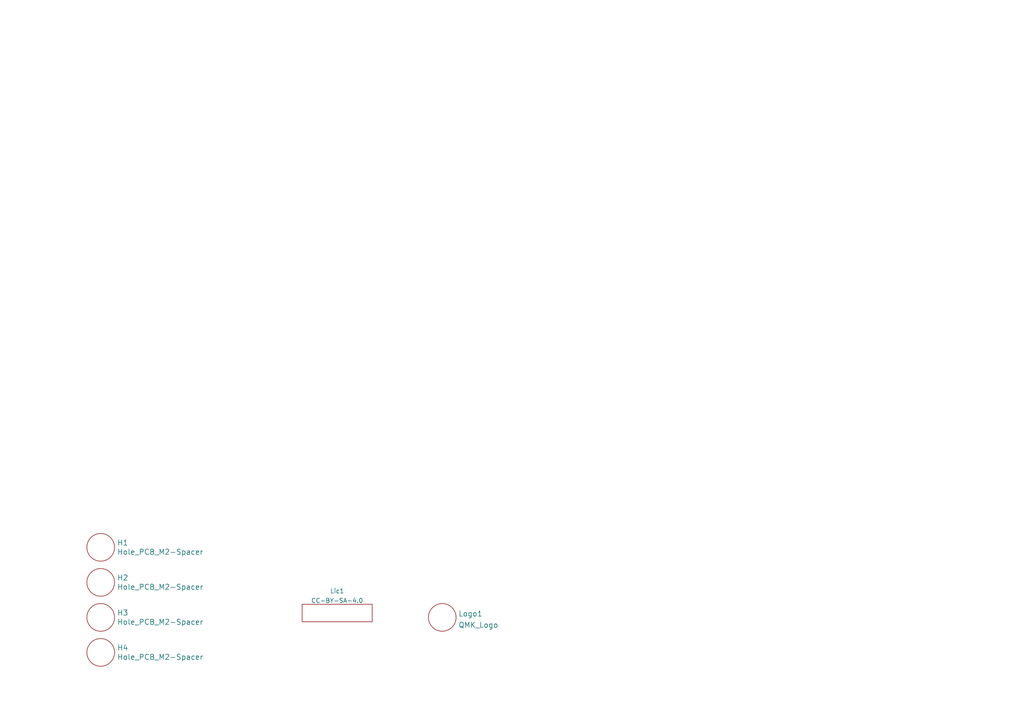
<source format=kicad_sch>
(kicad_sch (version 20211123) (generator eeschema)
  (paper "A4")
  (title_block (title "Little Big Scroll 6") (date "2022-01-28") (rev "v1.0") (company "Tweety's Wild Thinking") (comment 1 "Markus Knutsson <markus.knutsson@tweety.se>") (comment 2 "https://github.com/TweetyDaBird") (comment 3 "Licensed under Creative Commons BY-SA 4.0 International"))
  (lib_symbols
    (symbol "CC_Licensing:CC-BY-SA-4.0" (pin_names (offset 1.016))
      (property "Reference" "Lic" (at 0 1.27 0))
      (property "Value" "CC-BY-SA-4.0" (at 0 -1.27 0))
      (symbol "CC-BY-SA-4.0_0_1"
        (rectangle (start -10.16 2.54) (end 10.16 -2.54))
      )
    )
    (symbol "Keyboard Library:QMK_Logo" (pin_names (offset 1.016))
      (property "Reference" "Logo" (at 0 -1.27 0))
      (property "Value" "QMK_Logo" (at 0 1.27 0))
      (symbol "QMK_Logo_0_1"
        (circle (center 0 0) (radius 4.0132))
      )
    )
    (symbol "Keyboard_Library:Hole_PCB_M2-Spacer" (pin_names (offset 1.016))
      (property "Reference" "H" (at 0 -1.27 0))
      (property "Value" "Hole_PCB_M2-Spacer" (at 0 1.27 0))
      (symbol "Hole_PCB_M2-Spacer_0_1"
        (circle (center 0 0) (radius 4.0132))
      )
    )
  )
  (symbol (lib_id "Keyboard_Library:Hole_PCB_M2-Spacer") (at 29.21 189.23 0) (unit 1)
    (property "Reference" "H4" (at 33.9344 187.8838 0) (effects (font (size 1.524 1.524)) (justify left)))
    (property "Value" "Hole_PCB_M2-Spacer" (at 33.9344 190.5762 0) (effects (font (size 1.524 1.524)) (justify left)))
    (property "Footprint" "MountingHole:MountingHole_2.5mm" (effects hide))
  )
  (symbol (lib_id "Keyboard_Library:Hole_PCB_M2-Spacer") (at 29.21 168.91 0) (unit 1)
    (property "Reference" "H2" (at 33.9344 167.5638 0) (effects (font (size 1.524 1.524)) (justify left)))
    (property "Value" "Hole_PCB_M2-Spacer" (at 33.9344 170.2562 0) (effects (font (size 1.524 1.524)) (justify left)))
    (property "Footprint" "MountingHole:MountingHole_2.5mm" (effects hide))
  )
  (symbol (lib_id "Keyboard_Library:Hole_PCB_M2-Spacer") (at 29.21 158.75 0) (unit 1)
    (property "Reference" "H1" (at 33.9344 157.4038 0) (effects (font (size 1.524 1.524)) (justify left)))
    (property "Value" "Hole_PCB_M2-Spacer" (at 33.9344 160.0962 0) (effects (font (size 1.524 1.524)) (justify left)))
    (property "Footprint" "MountingHole:MountingHole_2.5mm" (effects hide))
  )
  (symbol (lib_id "Keyboard_Library:Hole_PCB_M2-Spacer") (at 29.21 179.07 0) (unit 1)
    (property "Reference" "H3" (at 33.9344 177.7238 0) (effects (font (size 1.524 1.524)) (justify left)))
    (property "Value" "Hole_PCB_M2-Spacer" (at 33.9344 180.4162 0) (effects (font (size 1.524 1.524)) (justify left)))
    (property "Footprint" "MountingHole:MountingHole_2.5mm" (effects hide))
  )
  (symbol (lib_id "CC_Licensing:CC-BY-SA-4.0") (at 97.79 177.8 0) (unit 1)
    (property "Reference" "Lic1" (at 97.79 171.4205 0))
    (property "Value" "CC-BY-SA-4.0" (at 97.79 174.1956 0))
    (property "Footprint" "CC_Licensing:CC_BY_SA_40" (effects hide))
  )
  (symbol (lib_id "Keyboard Library:QMK_Logo") (at 128.27 179.07 0) (unit 1)
    (property "Reference" "Logo1" (at 132.9182 178.0053 0) (effects (font (size 1.524 1.524)) (justify left)))
    (property "Value" "QMK_Logo" (at 132.9182 181.2843 0) (effects (font (size 1.524 1.524)) (justify left)))
    (property "Footprint" "QMK Logo:Powered_by_QMK" (effects hide))
  )
)
</source>
